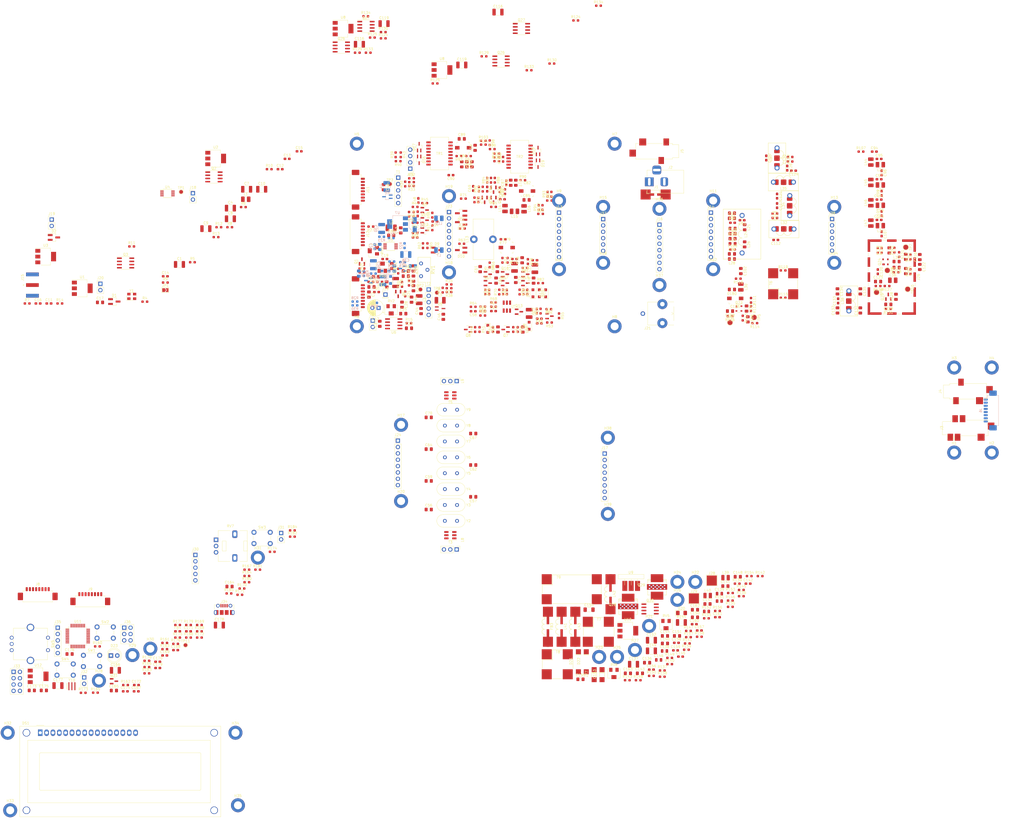
<source format=kicad_pcb>
(kicad_pcb (version 20211014) (generator pcbnew)

  (general
    (thickness 1.6)
  )

  (paper "A4")
  (layers
    (0 "F.Cu" signal)
    (31 "B.Cu" signal)
    (32 "B.Adhes" user "B.Adhesive")
    (33 "F.Adhes" user "F.Adhesive")
    (34 "B.Paste" user)
    (35 "F.Paste" user)
    (36 "B.SilkS" user "B.Silkscreen")
    (37 "F.SilkS" user "F.Silkscreen")
    (38 "B.Mask" user)
    (39 "F.Mask" user)
    (40 "Dwgs.User" user "User.Drawings")
    (41 "Cmts.User" user "User.Comments")
    (42 "Eco1.User" user "User.Eco1")
    (43 "Eco2.User" user "User.Eco2")
    (44 "Edge.Cuts" user)
    (45 "Margin" user)
    (46 "B.CrtYd" user "B.Courtyard")
    (47 "F.CrtYd" user "F.Courtyard")
    (48 "B.Fab" user)
    (49 "F.Fab" user)
    (50 "User.1" user)
    (51 "User.2" user)
    (52 "User.3" user)
    (53 "User.4" user)
    (54 "User.5" user)
    (55 "User.6" user)
    (56 "User.7" user)
    (57 "User.8" user)
    (58 "User.9" user)
  )

  (setup
    (stackup
      (layer "F.SilkS" (type "Top Silk Screen"))
      (layer "F.Paste" (type "Top Solder Paste"))
      (layer "F.Mask" (type "Top Solder Mask") (thickness 0.01))
      (layer "F.Cu" (type "copper") (thickness 0.035))
      (layer "dielectric 1" (type "core") (thickness 1.51) (material "FR4") (epsilon_r 4.5) (loss_tangent 0.02))
      (layer "B.Cu" (type "copper") (thickness 0.035))
      (layer "B.Mask" (type "Bottom Solder Mask") (thickness 0.01))
      (layer "B.Paste" (type "Bottom Solder Paste"))
      (layer "B.SilkS" (type "Bottom Silk Screen"))
      (copper_finish "None")
      (dielectric_constraints no)
    )
    (pad_to_mask_clearance 0)
    (pcbplotparams
      (layerselection 0x00010fc_ffffffff)
      (disableapertmacros false)
      (usegerberextensions false)
      (usegerberattributes true)
      (usegerberadvancedattributes true)
      (creategerberjobfile true)
      (svguseinch false)
      (svgprecision 6)
      (excludeedgelayer true)
      (plotframeref false)
      (viasonmask false)
      (mode 1)
      (useauxorigin false)
      (hpglpennumber 1)
      (hpglpenspeed 20)
      (hpglpendiameter 15.000000)
      (dxfpolygonmode true)
      (dxfimperialunits true)
      (dxfusepcbnewfont true)
      (psnegative false)
      (psa4output false)
      (plotreference true)
      (plotvalue true)
      (plotinvisibletext false)
      (sketchpadsonfab false)
      (subtractmaskfromsilk false)
      (outputformat 1)
      (mirror false)
      (drillshape 1)
      (scaleselection 1)
      (outputdirectory "")
    )
  )

  (net 0 "")
  (net 1 "+12V")
  (net 2 "GND")
  (net 3 "Net-(C2-Pad1)")
  (net 4 "Net-(C3-Pad1)")
  (net 5 "+3.3V")
  (net 6 "+9VA")
  (net 7 "/MIC")
  (net 8 "Net-(C6-Pad2)")
  (net 9 "+5VA")
  (net 10 "Net-(C10-Pad1)")
  (net 11 "Net-(C11-Pad1)")
  (net 12 "Net-(C11-Pad2)")
  (net 13 "Net-(C14-Pad1)")
  (net 14 "Net-(C14-Pad2)")
  (net 15 "Net-(C15-Pad1)")
  (net 16 "/BFO")
  (net 17 "Net-(C16-Pad1)")
  (net 18 "Net-(C16-Pad2)")
  (net 19 "Net-(C17-Pad1)")
  (net 20 "Net-(C17-Pad2)")
  (net 21 "Net-(C18-Pad1)")
  (net 22 "Net-(C18-Pad2)")
  (net 23 "Net-(C19-Pad1)")
  (net 24 "Net-(C19-Pad2)")
  (net 25 "Net-(C20-Pad1)")
  (net 26 "Net-(C20-Pad2)")
  (net 27 "Net-(C22-Pad1)")
  (net 28 "Net-(C23-Pad1)")
  (net 29 "Net-(C23-Pad2)")
  (net 30 "Net-(C25-Pad1)")
  (net 31 "Net-(C25-Pad2)")
  (net 32 "Net-(C26-Pad1)")
  (net 33 "Net-(C27-Pad1)")
  (net 34 "Net-(C27-Pad2)")
  (net 35 "Net-(C28-Pad1)")
  (net 36 "+VRX")
  (net 37 "Net-(C31-Pad1)")
  (net 38 "Net-(C33-Pad1)")
  (net 39 "/Baseband/VAGC")
  (net 40 "Net-(C37-Pad1)")
  (net 41 "Net-(C39-Pad1)")
  (net 42 "Net-(C39-Pad2)")
  (net 43 "Net-(C40-Pad2)")
  (net 44 "Net-(C41-Pad2)")
  (net 45 "Net-(C42-Pad1)")
  (net 46 "/Baseband/SPKR_OUT")
  (net 47 "Net-(C43-Pad2)")
  (net 48 "Net-(C44-Pad2)")
  (net 49 "Net-(C45-Pad1)")
  (net 50 "Net-(C45-Pad2)")
  (net 51 "Net-(C46-Pad1)")
  (net 52 "Net-(C46-Pad2)")
  (net 53 "Net-(C47-Pad1)")
  (net 54 "Net-(C47-Pad2)")
  (net 55 "Net-(C48-Pad1)")
  (net 56 "Net-(C48-Pad2)")
  (net 57 "Net-(C49-Pad1)")
  (net 58 "Net-(C49-Pad2)")
  (net 59 "Net-(C50-Pad1)")
  (net 60 "Net-(C51-Pad2)")
  (net 61 "Net-(C52-Pad1)")
  (net 62 "Net-(C53-Pad1)")
  (net 63 "Net-(C53-Pad2)")
  (net 64 "Net-(C54-Pad2)")
  (net 65 "Net-(C55-Pad1)")
  (net 66 "Net-(C55-Pad2)")
  (net 67 "Net-(C56-Pad2)")
  (net 68 "Net-(C57-Pad2)")
  (net 69 "Net-(C58-Pad1)")
  (net 70 "Net-(C59-Pad2)")
  (net 71 "Net-(C60-Pad2)")
  (net 72 "Net-(C61-Pad1)")
  (net 73 "Net-(C62-Pad2)")
  (net 74 "Net-(C63-Pad2)")
  (net 75 "Net-(C64-Pad2)")
  (net 76 "Net-(C65-Pad1)")
  (net 77 "Net-(C65-Pad2)")
  (net 78 "Net-(C66-Pad2)")
  (net 79 "Net-(C67-Pad2)")
  (net 80 "Net-(C68-Pad1)")
  (net 81 "Net-(C69-Pad1)")
  (net 82 "Net-(C69-Pad2)")
  (net 83 "Net-(C70-Pad2)")
  (net 84 "Net-(C71-Pad2)")
  (net 85 "Net-(C72-Pad1)")
  (net 86 "Net-(C72-Pad2)")
  (net 87 "Net-(C73-Pad2)")
  (net 88 "Net-(C74-Pad2)")
  (net 89 "Net-(C75-Pad2)")
  (net 90 "Net-(C76-Pad1)")
  (net 91 "Net-(C76-Pad2)")
  (net 92 "Net-(C78-Pad1)")
  (net 93 "Net-(C80-Pad1)")
  (net 94 "Net-(C80-Pad2)")
  (net 95 "Net-(C81-Pad1)")
  (net 96 "Net-(C81-Pad2)")
  (net 97 "Net-(C82-Pad1)")
  (net 98 "Net-(C82-Pad2)")
  (net 99 "Net-(C83-Pad2)")
  (net 100 "Net-(C86-Pad1)")
  (net 101 "Net-(C86-Pad2)")
  (net 102 "Net-(C87-Pad2)")
  (net 103 "Net-(C90-Pad2)")
  (net 104 "/70MHz VHF Frontend/VHF_RX")
  (net 105 "/70MHz VHF Frontend/TX_FROM_MIX")
  (net 106 "Net-(C94-Pad2)")
  (net 107 "Net-(C96-Pad2)")
  (net 108 "Net-(C100-Pad2)")
  (net 109 "Net-(C101-Pad2)")
  (net 110 "Net-(C102-Pad2)")
  (net 111 "Net-(C103-Pad1)")
  (net 112 "Net-(C104-Pad2)")
  (net 113 "Net-(C106-Pad1)")
  (net 114 "Net-(C107-Pad2)")
  (net 115 "Net-(C108-Pad1)")
  (net 116 "Net-(C109-Pad2)")
  (net 117 "/70MHz VHF Frontend/+VTX_FE")
  (net 118 "Net-(C111-Pad2)")
  (net 119 "Net-(C112-Pad1)")
  (net 120 "Net-(C112-Pad2)")
  (net 121 "Net-(C114-Pad2)")
  (net 122 "Net-(C115-Pad2)")
  (net 123 "/70MHz VHF Frontend/12V")
  (net 124 "Net-(C118-Pad2)")
  (net 125 "Net-(C119-Pad1)")
  (net 126 "Net-(C120-Pad1)")
  (net 127 "Net-(C120-Pad2)")
  (net 128 "Net-(C121-Pad1)")
  (net 129 "Net-(C125-Pad2)")
  (net 130 "Net-(C126-Pad1)")
  (net 131 "Net-(C128-Pad1)")
  (net 132 "Net-(C128-Pad2)")
  (net 133 "Net-(C129-Pad1)")
  (net 134 "/70MHz VHF Frontend/RX_TO_MIX")
  (net 135 "/70MHz VHF Frontend/VHF_TX")
  (net 136 "Net-(C136-Pad1)")
  (net 137 "Net-(C136-Pad2)")
  (net 138 "/PA 70MHz/12V")
  (net 139 "VGG1")
  (net 140 "Net-(C140-Pad1)")
  (net 141 "Net-(C140-Pad2)")
  (net 142 "Net-(C143-Pad1)")
  (net 143 "Net-(C143-Pad2)")
  (net 144 "Net-(C144-Pad1)")
  (net 145 "Net-(C144-Pad2)")
  (net 146 "VGG2")
  (net 147 "Net-(C147-Pad1)")
  (net 148 "Net-(C147-Pad2)")
  (net 149 "Net-(C148-Pad1)")
  (net 150 "Net-(C148-Pad2)")
  (net 151 "Net-(C149-Pad1)")
  (net 152 "Net-(C152-Pad1)")
  (net 153 "/PA 70MHz/VG_5V")
  (net 154 "Net-(C155-Pad2)")
  (net 155 "Net-(C156-Pad2)")
  (net 156 "Net-(C159-Pad2)")
  (net 157 "Net-(C161-Pad2)")
  (net 158 "Net-(C162-Pad2)")
  (net 159 "/PA 70MHz/PA_OUT")
  (net 160 "/Control on separate board/ENC_B")
  (net 161 "/Control on separate board/ENC_A")
  (net 162 "/Control on separate board/3.3V_UI")
  (net 163 "Net-(C169-Pad1)")
  (net 164 "Net-(C171-Pad1)")
  (net 165 "Net-(C172-Pad1)")
  (net 166 "Net-(C173-Pad2)")
  (net 167 "/Control on separate board/CW_TONE")
  (net 168 "Net-(C176-Pad1)")
  (net 169 "/Control on separate board/5V")
  (net 170 "Net-(D2-Pad1)")
  (net 171 "Net-(D5-Pad1)")
  (net 172 "Net-(D5-Pad2)")
  (net 173 "Net-(D6-Pad1)")
  (net 174 "Net-(D6-Pad2)")
  (net 175 "Net-(D7-Pad2)")
  (net 176 "Net-(D8-Pad2)")
  (net 177 "Net-(D9-Pad1)")
  (net 178 "Net-(D10-Pad3)")
  (net 179 "Net-(D10-Pad1)")
  (net 180 "Net-(D11-Pad1)")
  (net 181 "Net-(D11-Pad3)")
  (net 182 "Net-(D13-Pad2)")
  (net 183 "Net-(D14-Pad2)")
  (net 184 "Net-(D15-Pad2)")
  (net 185 "Net-(D16-Pad1)")
  (net 186 "Net-(D16-Pad2)")
  (net 187 "Net-(D16-Pad3)")
  (net 188 "Net-(D17-Pad3)")
  (net 189 "Net-(D18-Pad1)")
  (net 190 "Net-(D18-Pad2)")
  (net 191 "Net-(D18-Pad3)")
  (net 192 "Net-(D19-Pad3)")
  (net 193 "Net-(D20-Pad2)")
  (net 194 "Net-(D21-Pad2)")
  (net 195 "/Control on separate board/STATUSn")
  (net 196 "Net-(D23-Pad2)")
  (net 197 "unconnected-(DS1-Pad1)")
  (net 198 "unconnected-(DS1-Pad2)")
  (net 199 "unconnected-(DS1-Pad3)")
  (net 200 "unconnected-(DS1-Pad4)")
  (net 201 "unconnected-(DS1-Pad5)")
  (net 202 "unconnected-(DS1-Pad6)")
  (net 203 "unconnected-(DS1-Pad7)")
  (net 204 "unconnected-(DS1-Pad8)")
  (net 205 "unconnected-(DS1-Pad9)")
  (net 206 "unconnected-(DS1-Pad10)")
  (net 207 "unconnected-(DS1-Pad11)")
  (net 208 "unconnected-(DS1-Pad12)")
  (net 209 "unconnected-(DS1-Pad13)")
  (net 210 "unconnected-(DS1-Pad14)")
  (net 211 "unconnected-(DS1-Pad15)")
  (net 212 "unconnected-(DS1-Pad16)")
  (net 213 "Net-(FB1-Pad2)")
  (net 214 "Net-(FB3-Pad1)")
  (net 215 "unconnected-(J3-PadNC)")
  (net 216 "Net-(J3-PadR1)")
  (net 217 "unconnected-(J3-PadR2)")
  (net 218 "Net-(J3-PadS)")
  (net 219 "Net-(J3-PadT)")
  (net 220 "unconnected-(J3-PadTN)")
  (net 221 "Net-(J4-PadR)")
  (net 222 "Net-(J4-PadTN)")
  (net 223 "/CW_RING")
  (net 224 "/CW_TIP")
  (net 225 "unconnected-(J5-PadTN)")
  (net 226 "unconnected-(J6-Pad5)")
  (net 227 "Net-(J7-Pad1)")
  (net 228 "unconnected-(J7-Pad4)")
  (net 229 "/Baseband/SPKR_DET")
  (net 230 "/Control on separate board/CW_TIP")
  (net 231 "/Control on separate board/CW_RING")
  (net 232 "/Control on separate board/CW_KEYn")
  (net 233 "/Control on separate board/MIC_PTTn")
  (net 234 "/Control on separate board/EN_TX")
  (net 235 "/Control on separate board/EN_RX")
  (net 236 "/Control on separate board/S_METER")
  (net 237 "/Control on separate board/SCL")
  (net 238 "/Control on separate board/SDA")
  (net 239 "/Control on separate board/MUTE_MICn")
  (net 240 "/Control on separate board/SPKR_VOL")
  (net 241 "unconnected-(J9-Pad6)")
  (net 242 "/EN_VRX")
  (net 243 "/EN_VTX")
  (net 244 "/MIC_PTTn")
  (net 245 "/Baseband/CW_KEYn")
  (net 246 "/Baseband/CW_TONE")
  (net 247 "unconnected-(J12-Pad3)")
  (net 248 "/Baseband/SPKR_VOL")
  (net 249 "/MUTE_MICn")
  (net 250 "/SDA")
  (net 251 "/SCL")
  (net 252 "/S_METER")
  (net 253 "/Baseband/VHF_IN")
  (net 254 "/Baseband/VHF_OUT")
  (net 255 "/70MHz VHF Frontend/EN_VRX")
  (net 256 "/70MHz VHF Frontend/EN_VTX")
  (net 257 "/PA 70MHz/PA_IN")
  (net 258 "/PA 70MHz/EN_PA")
  (net 259 "/CLK1")
  (net 260 "Net-(J22-Pad2)")
  (net 261 "+VTX")
  (net 262 "Net-(J24-Pad2)")
  (net 263 "unconnected-(J24-Pad4)")
  (net 264 "unconnected-(J24-Pad5)")
  (net 265 "Net-(J24-Pad7)")
  (net 266 "/Control on separate board/DISP_LAT")
  (net 267 "/Control on separate board/I2C2_SDA")
  (net 268 "/Control on separate board/I2C2_SCL")
  (net 269 "/Control on separate board/PC14")
  (net 270 "/Control on separate board/PC13")
  (net 271 "Net-(J32-Pad1)")
  (net 272 "/Control on separate board/PA0")
  (net 273 "/Control on separate board/USART1_TX")
  (net 274 "/Control on separate board/USART1_RX")
  (net 275 "/Control on separate board/PB15")
  (net 276 "unconnected-(J34-Pad1)")
  (net 277 "/Control on separate board/USB_DM")
  (net 278 "/Control on separate board/USB_DP")
  (net 279 "Net-(J34-Pad4)")
  (net 280 "/Control on separate board/SWCLK")
  (net 281 "/Control on separate board/SWDIO")
  (net 282 "/Control on separate board/RESETn")
  (net 283 "Net-(J36-Pad3)")
  (net 284 "Net-(J36-Pad4)")
  (net 285 "/LO1")
  (net 286 "Net-(L14-Pad1)")
  (net 287 "Net-(L15-Pad1)")
  (net 288 "Net-(L19-Pad1)")
  (net 289 "Net-(L21-Pad2)")
  (net 290 "Net-(L23-Pad2)")
  (net 291 "Net-(L25-Pad2)")
  (net 292 "Net-(L39-Pad2)")
  (net 293 "Net-(L40-Pad2)")
  (net 294 "Net-(Q1-Pad1)")
  (net 295 "Net-(Q2-Pad4)")
  (net 296 "Net-(Q3-Pad4)")
  (net 297 "Net-(Q6-Pad1)")
  (net 298 "Net-(Q6-Pad2)")
  (net 299 "Net-(Q7-Pad1)")
  (net 300 "Net-(Q10-Pad1)")
  (net 301 "Net-(Q10-Pad2)")
  (net 302 "Net-(Q11-Pad1)")
  (net 303 "Net-(Q11-Pad3)")
  (net 304 "Net-(Q13-Pad1)")
  (net 305 "Net-(Q14-Pad2)")
  (net 306 "Net-(Q14-Pad3)")
  (net 307 "Net-(Q16-Pad2)")
  (net 308 "Net-(Q18-Pad2)")
  (net 309 "Net-(Q20-Pad1)")
  (net 310 "Net-(Q21-Pad1)")
  (net 311 "Net-(Q23-Pad1)")
  (net 312 "Net-(Q24-Pad4)")
  (net 313 "/70MHz VHF Frontend/+9V_FE")
  (net 314 "Net-(Q26-Pad4)")
  (net 315 "/70MHz VHF Frontend/+VRX_FE")
  (net 316 "Net-(Q27-Pad4)")
  (net 317 "Net-(Q30-Pad4)")
  (net 318 "Net-(R22-Pad2)")
  (net 319 "Net-(R23-Pad2)")
  (net 320 "Net-(R28-Pad2)")
  (net 321 "Net-(R31-Pad1)")
  (net 322 "Net-(R31-Pad2)")
  (net 323 "Net-(R35-Pad1)")
  (net 324 "Net-(R36-Pad1)")
  (net 325 "Net-(R93-Pad1)")
  (net 326 "Net-(R103-Pad2)")
  (net 327 "Net-(R104-Pad2)")
  (net 328 "Net-(R100-Pad1)")
  (net 329 "Net-(R101-Pad1)")
  (net 330 "Net-(R111-Pad2)")
  (net 331 "Net-(R135-Pad1)")
  (net 332 "Net-(R140-Pad1)")
  (net 333 "Net-(J27-Pad1)")
  (net 334 "Net-(R157-Pad1)")
  (net 335 "Net-(R159-Pad1)")
  (net 336 "Net-(R160-Pad1)")
  (net 337 "Net-(R161-Pad2)")
  (net 338 "/Control on separate board/BTN0")
  (net 339 "/Control on separate board/BTN1")
  (net 340 "/Control on separate board/BTN2")
  (net 341 "/Control on separate board/BTN3")
  (net 342 "Net-(R168-Pad1)")
  (net 343 "/Control on separate board/ENC_BTN")
  (net 344 "/Control on separate board/XTAL1")
  (net 345 "/Control on separate board/XTAL2")
  (net 346 "/Control on separate board/PWM_CW")
  (net 347 "/Control on separate board/MUTE_SPKR")
  (net 348 "Net-(R178-Pad2)")
  (net 349 "Net-(R179-Pad2)")
  (net 350 "Net-(R180-Pad2)")
  (net 351 "/Control on separate board/BOOT0")
  (net 352 "/Control on separate board/BOOT1")
  (net 353 "unconnected-(T3-Pad2)")
  (net 354 "unconnected-(T5-Pad2)")
  (net 355 "unconnected-(TR1-Pad10)")
  (net 356 "unconnected-(TR1-Pad15)")
  (net 357 "unconnected-(TR2-Pad10)")
  (net 358 "unconnected-(TR2-Pad15)")
  (net 359 "Net-(U4-Pad3)")
  (net 360 "unconnected-(U11-Pad14)")
  (net 361 "unconnected-(U11-Pad40)")
  (net 362 "Net-(D22-Pad2)")
  (net 363 "unconnected-(T4-Pad2)")
  (net 364 "Net-(D1-Pad1)")
  (net 365 "Net-(J16-Pad5)")
  (net 366 "/Baseband/3V3_MIC")
  (net 367 "Net-(C38-Pad1)")
  (net 368 "Net-(L22-Pad2)")
  (net 369 "Net-(L27-Pad2)")
  (net 370 "Net-(L29-Pad2)")
  (net 371 "Net-(L31-Pad2)")
  (net 372 "unconnected-(J13-Pad1)")
  (net 373 "/+VRX_FE")
  (net 374 "unconnected-(J14-Pad1)")
  (net 375 "/+VTX_FE")
  (net 376 "/+9V_FE")
  (net 377 "Net-(L24-Pad1)")

  (footprint "Capacitor_SMD:C_0603_1608Metric_Pad1.08x0.95mm_HandSolder" (layer "F.Cu") (at -75.99 242.44))

  (footprint "Capacitor_SMD:C_0805_2012Metric_Pad1.18x1.45mm_HandSolder" (layer "F.Cu") (at -34.37 200.55))

  (footprint "Resistor_SMD:R_0603_1608Metric_Pad0.98x0.95mm_HandSolder" (layer "F.Cu") (at 224.663 66.167 -90))

  (footprint "Crystal:Crystal_HC49-U_Vertical" (layer "F.Cu") (at 51.663 155.25))

  (footprint "Resistor_SMD:R_0603_1608Metric_Pad0.98x0.95mm_HandSolder" (layer "F.Cu") (at 160.595 210.291))

  (footprint "Resistor_SMD:R_0603_1608Metric_Pad0.98x0.95mm_HandSolder" (layer "F.Cu") (at 89.916 79.248))

  (footprint "Package_SO:MSOP-10_3x3mm_P0.5mm" (layer "F.Cu") (at 29.972 64.516))

  (footprint "Connector_Molex:Molex_PicoBlade_53261-0871_1x08-1MP_P1.25mm_Horizontal" (layer "F.Cu") (at 16.495 41.91 -90))

  (footprint "mpb:four_4mm_pads_narrow" (layer "F.Cu") (at 112.99 218.726))

  (footprint "Potentiometer_SMD:Potentiometer_Bourns_3214W_Vertical" (layer "F.Cu") (at 23.114 66.294 -90))

  (footprint "Potentiometer_SMD:Potentiometer_Bourns_3214W_Vertical" (layer "F.Cu") (at 26.67 72.898 180))

  (footprint "Resistor_SMD:R_0603_1608Metric_Pad0.98x0.95mm_HandSolder" (layer "F.Cu") (at 237.744 74.676 90))

  (footprint "Capacitor_SMD:C_0603_1608Metric_Pad1.08x0.95mm_HandSolder" (layer "F.Cu") (at 182.626 52.324 -90))

  (footprint "Package_TO_SOT_SMD:SOT-223-3_TabPin2" (layer "F.Cu") (at -107.82 68.636))

  (footprint "Resistor_SMD:R_0603_1608Metric_Pad0.98x0.95mm_HandSolder" (layer "F.Cu") (at 59.0785 45.466))

  (footprint "Capacitor_SMD:C_0603_1608Metric_Pad1.08x0.95mm_HandSolder" (layer "F.Cu") (at 41.0695 46.228 90))

  (footprint "Capacitor_SMD:C_1210_3225Metric_Pad1.33x2.70mm_HandSolder" (layer "F.Cu") (at -21.51 41.716))

  (footprint "Capacitor_SMD:C_1210_3225Metric_Pad1.33x2.70mm_HandSolder" (layer "F.Cu") (at -34.01 53.516))

  (footprint "Resistor_SMD:R_0603_1608Metric_Pad0.98x0.95mm_HandSolder" (layer "F.Cu") (at 228.346 80.391 180))

  (footprint "Capacitor_SMD:C_0805_2012Metric_Pad1.18x1.45mm_HandSolder" (layer "F.Cu") (at 139.615 223.301))

  (footprint "Capacitor_SMD:C_0805_2012Metric_Pad1.18x1.45mm_HandSolder" (layer "F.Cu") (at 163.755 200.381))

  (footprint "Diode_SMD:D_SOD-123F" (layer "F.Cu") (at 86.868 83.312 90))

  (footprint "Resistor_SMD:R_0603_1608Metric_Pad0.98x0.95mm_HandSolder" (layer "F.Cu") (at 38.354 40.386 180))

  (footprint "mpb:PLD-1.5W" (layer "F.Cu") (at 136.45 200.706))

  (footprint "Capacitor_SMD:C_0805_2012Metric_Pad1.18x1.45mm_HandSolder" (layer "F.Cu") (at 132.465 230.991))

  (footprint "Capacitor_SMD:C_0805_2012Metric_Pad1.18x1.45mm_HandSolder" (layer "F.Cu") (at 208.534 82.55 -90))

  (footprint "Resistor_SMD:R_0805_2012Metric" (layer "F.Cu") (at 156.215 210.511))

  (footprint "Connector_BarrelJack:BarrelJack_Horizontal" (layer "F.Cu") (at 133.35 38.735 180))

  (footprint "Resistor_SMD:R_0603_1608Metric_Pad0.98x0.95mm_HandSolder" (layer "F.Cu") (at 165.775 203.141))

  (footprint "Inductor_SMD:L_1008_2520Metric_Pad1.43x2.20mm_HandSolder" (layer "F.Cu") (at 221.869 30.861 90))

  (footprint "Connector_Molex:Molex_PicoBlade_53261-0871_1x08-1MP_P1.25mm_Horizontal" (layer "F.Cu") (at 16.495 59.69 -90))

  (footprint "Package_TO_SOT_SMD:SOT-23" (layer "F.Cu") (at 60.96 97.79 180))

  (footprint "MountingHole:MountingHole_3.2mm_M3_DIN965_Pad" (layer "F.Cu") (at -86.55 238.15))

  (footprint "Resistor_SMD:R_0603_1608Metric_Pad0.98x0.95mm_HandSolder" (layer "F.Cu") (at -34.29 56.896))

  (footprint "Resistor_SMD:R_0603_1608Metric_Pad0.98x0.95mm_HandSolder" (layer "F.Cu") (at 46.6575 52.07 90))

  (footprint "Capacitor_SMD:C_0805_2012Metric_Pad1.18x1.45mm_HandSolder" (layer "F.Cu") (at 166.37 81.788 180))

  (footprint "Inductor_SMD:L_1008_2520Metric_Pad1.43x2.20mm_HandSolder" (layer "F.Cu") (at 83.312 49.53 -90))

  (footprint "Inductor_SMD:L_1008_2520Metric_Pad1.43x2.20mm_HandSolder" (layer "F.Cu") (at -27.88 45.716))

  (footprint "Connector_PinHeader_2.54mm:PinHeader_2x04_P2.54mm_Vertical" (layer "F.Cu") (at -120.65 234.65))

  (footprint "Package_TO_SOT_SMD:SOT-23_Handsoldering" (layer "F.Cu") (at 58.166 54.864 180))

  (footprint "Capacitor_SMD:C_0805_2012Metric_Pad1.18x1.45mm_HandSolder" (layer "F.Cu") (at 105.855 237.631))

  (footprint "Capacitor_SMD:C_0603_1608Metric_Pad1.08x0.95mm_HandSolder" (layer "F.Cu") (at 40.8155 51.562 90))

  (footprint "mpb:two_4mm_pads" (layer "F.Cu") (at 135.89 43.815 -90))

  (footprint "Inductor_SMD:L_1008_2520Metric_Pad1.43x2.20mm_HandSolder" (layer "F.Cu") (at 221.869 55.245 90))

  (footprint "Capacitor_SMD:C_0805_2012Metric_Pad1.18x1.45mm_HandSolder" (layer "F.Cu") (at 82.804 97.79 -90))

  (footprint "Resistor_SMD:R_0603_1608Metric_Pad0.98x0.95mm_HandSolder" (layer "F.Cu") (at -87.95 242.98))

  (footprint "Capacitor_SMD:C_0603_1608Metric_Pad1.08x0.95mm_HandSolder" (layer "F.Cu") (at 74.676 45.72))

  (footprint "Resistor_SMD:R_0603_1608Metric_Pad0.98x0.95mm_HandSolder" (layer "F.Cu") (at 39.7995 48.768))

  (footprint "Resistor_SMD:R_0603_1608Metric_Pad0.98x0.95mm_HandSolder" (layer "F.Cu") (at -92.82 243.03))

  (footprint "Inductor_SMD:L_0805_2012Metric_Pad1.15x1.40mm_HandSolder" (layer "F.Cu") (at 166.624 57.404 180))

  (footprint "TestPoint:TestPoint_Pad_D2.0mm" (layer "F.Cu") (at 236.601 81.661 -90))

  (footprint "Resistor_SMD:R_0603_1608Metric_Pad0.98x0.95mm_HandSolder" (layer "F.Cu") (at 165.735 206.151))

  (footprint "Package_TO_SOT_SMD:SOT-323_SC-70_Handsoldering" (layer "F.Cu") (at 41.402 24.8705 90))

  (footprint "Resistor_SMD:R_0603_1608Metric_Pad0.98x0.95mm_HandSolder" (layer "F.Cu")
    (tedit 5F68FEEE) (tstamp 15fc0413-5781-4122-8158-a89ef1c48e4f)
    (at 141.495 231.581)
    (descr "Resistor SMD 0603 (1608 Metric), square (rectangular) end terminal, IPC_7351 nominal with elongated pad for handsoldering. (Body size source: IPC-SM-782 page 72, https://www.pcb-3d.com/wordpress/wp-content/uploads/ipc-sm-782a_amendment_1_and_2.pdf), generated with kicad-footprint-generator")
    (tags "resistor handsolder")
    (property "Need_order" "0")
    (property "Sheetfile" "pa_70.kicad_sch")
    (property "Sheetname" "PA 70MHz")
    (path "/f5953f75-4b48-4b4f-8eb7-dca86201f1bf/00000000-0000-0000-0000-000060629fab")
    (attr smd)
    (fp_text reference "R140" (at 0 -1.43) (layer "F.SilkS")
      (effects (font (size 1 1) (thickness 0.15)))
      (tstamp 55181577-4035-4b96-b9c0-3d1c4b70caa2)
    )
    (fp_text value "270" (at 0 1.43) (layer "F.Fab")
      (effects (font (size 1 1) (thickness 0.15)))
      (tstamp 7527c651-861c-4be2-8142-52375edd0934)
    )
    (fp_text user "${REFERENCE}" (at 0 0) (layer "F.Fab")
      (effects (font (size 0.4 0.4) (thickness 0.06)))
      (tstamp 0f086471-7e16-4e36-bed8-9b16a0009323)
    )
    (fp_line (start -0.254724 -0.5225) (end 0.254724 -0.5225) (layer "F.SilkS") (width 0.12) (tstamp 8b9139fb-b022-4cb4-8cd3-94b074583fd6))
    (fp_line (start -0.254724 0.5225) (end 0.254724 0.5225) (layer "F.SilkS") (width 0.12) (tstamp 9a582427-2f5e-41ea-a19c-c6a33d901756))
    (fp_line (start 1.65 -0.73) (end 1.65 0.73) (layer "F.CrtYd") (width 0.05) (tstamp 05031ea
... [1872616 chars truncated]
</source>
